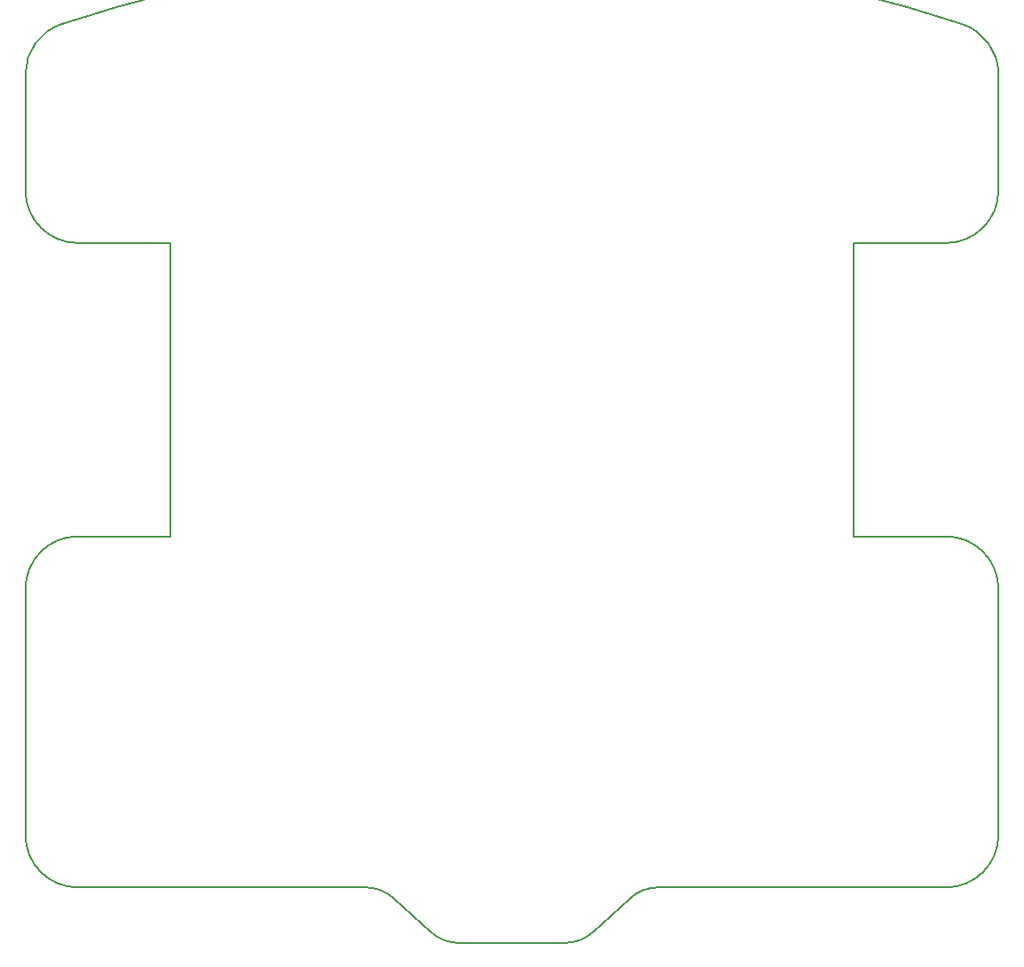
<source format=gm1>
G04 #@! TF.GenerationSoftware,KiCad,Pcbnew,8.0.6*
G04 #@! TF.CreationDate,2025-03-26T21:52:31-07:00*
G04 #@! TF.ProjectId,rezq_rev3,72657a71-5f72-4657-9633-2e6b69636164,rev?*
G04 #@! TF.SameCoordinates,Original*
G04 #@! TF.FileFunction,Profile,NP*
%FSLAX46Y46*%
G04 Gerber Fmt 4.6, Leading zero omitted, Abs format (unit mm)*
G04 Created by KiCad (PCBNEW 8.0.6) date 2025-03-26 21:52:31*
%MOMM*%
%LPD*%
G01*
G04 APERTURE LIST*
G04 #@! TA.AperFunction,Profile*
%ADD10C,0.200000*%
G04 #@! TD*
G04 APERTURE END LIST*
D10*
X240991100Y-156387200D02*
G75*
G02*
X245991100Y-161387200I0J-5000000D01*
G01*
X158153600Y-189887200D02*
G75*
G02*
X153153600Y-184887200I0J5000000D01*
G01*
X232191100Y-128387200D02*
X240991100Y-128387200D01*
X166953600Y-156387200D02*
X166953600Y-128387200D01*
X207304001Y-194145396D02*
G75*
G02*
X204611591Y-195187193I-2692401J2958196D01*
G01*
X158153600Y-156387200D02*
X166953600Y-156387200D01*
X240991100Y-156387200D02*
X232191100Y-156387200D01*
X204611591Y-195187200D02*
X194533100Y-195187200D01*
X188306777Y-190928999D02*
X191845823Y-194150059D01*
X156580083Y-107505649D02*
G75*
G02*
X242564617Y-107505649I42992267J-129670761D01*
G01*
X185614400Y-189887200D02*
X158153600Y-189887200D01*
X153153600Y-112251600D02*
G75*
G02*
X156580083Y-107505650I5000000J0D01*
G01*
X213543964Y-189887200D02*
X240991100Y-189887200D01*
X166953600Y-128387200D02*
X158153600Y-128387200D01*
X242564617Y-107505649D02*
G75*
G02*
X245991101Y-112251600I-1573517J-4745951D01*
G01*
X153153600Y-161387200D02*
X153153600Y-184887200D01*
X210837868Y-190929049D02*
G75*
G02*
X213543964Y-189887227I2692532J-2958351D01*
G01*
X153153600Y-123387200D02*
X153153600Y-112251600D01*
X245991100Y-123387200D02*
G75*
G02*
X240991100Y-128387200I-5000000J0D01*
G01*
X158153600Y-128387200D02*
G75*
G02*
X153153600Y-123387200I0J5000000D01*
G01*
X245991100Y-123387200D02*
X245991100Y-112251600D01*
X245991100Y-184887200D02*
G75*
G02*
X240991100Y-189887200I-5000000J0D01*
G01*
X207304001Y-194145396D02*
X210837868Y-190929049D01*
X153153600Y-161387200D02*
G75*
G02*
X158153600Y-156387200I5000000J0D01*
G01*
X185614400Y-189887200D02*
G75*
G02*
X188306772Y-190929004I0J-3999900D01*
G01*
X194533100Y-195187200D02*
G75*
G02*
X191845822Y-194150060I0J4000000D01*
G01*
X232191100Y-156387200D02*
X232191100Y-128387200D01*
X245991100Y-184887200D02*
X245991100Y-161387200D01*
M02*

</source>
